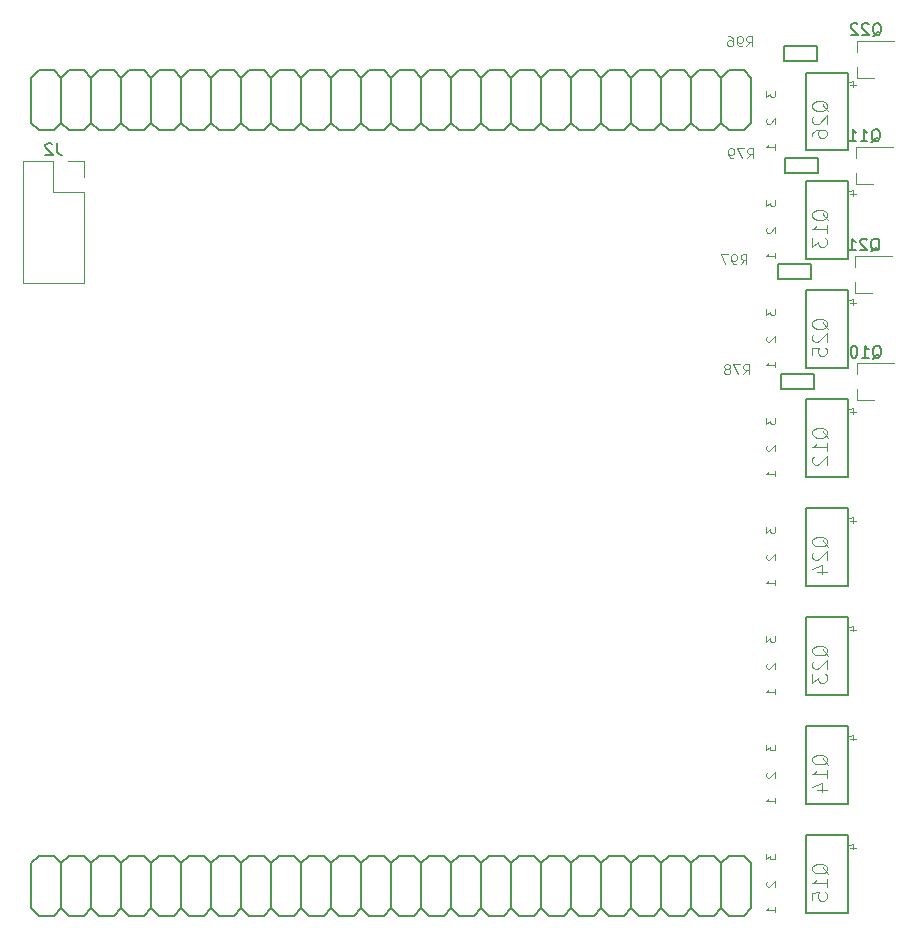
<source format=gbo>
G04 #@! TF.GenerationSoftware,KiCad,Pcbnew,5.1.6-c6e7f7d~86~ubuntu18.04.1*
G04 #@! TF.CreationDate,2020-07-03T23:55:57+02:00*
G04 #@! TF.ProjectId,Speeduino_base,53706565-6475-4696-9e6f-5f626173652e,rev?*
G04 #@! TF.SameCoordinates,Original*
G04 #@! TF.FileFunction,Legend,Bot*
G04 #@! TF.FilePolarity,Positive*
%FSLAX46Y46*%
G04 Gerber Fmt 4.6, Leading zero omitted, Abs format (unit mm)*
G04 Created by KiCad (PCBNEW 5.1.6-c6e7f7d~86~ubuntu18.04.1) date 2020-07-03 23:55:57*
%MOMM*%
%LPD*%
G01*
G04 APERTURE LIST*
%ADD10C,0.127000*%
%ADD11C,0.120000*%
%ADD12C,0.203200*%
%ADD13C,0.152400*%
%ADD14C,0.092900*%
%ADD15C,0.150000*%
%ADD16C,0.096520*%
%ADD17C,0.097536*%
G04 APERTURE END LIST*
D10*
X189807000Y-43865000D02*
X187013000Y-43865000D01*
X187013000Y-43865000D02*
X187013000Y-45135000D01*
X187013000Y-45135000D02*
X189807000Y-45135000D01*
X189807000Y-45135000D02*
X189807000Y-43865000D01*
X190297000Y-25415000D02*
X187503000Y-25415000D01*
X187503000Y-25415000D02*
X187503000Y-26685000D01*
X187503000Y-26685000D02*
X190297000Y-26685000D01*
X190297000Y-26685000D02*
X190297000Y-25415000D01*
X190372000Y-34895000D02*
X187578000Y-34895000D01*
X187578000Y-34895000D02*
X187578000Y-36165000D01*
X187578000Y-36165000D02*
X190372000Y-36165000D01*
X190372000Y-36165000D02*
X190372000Y-34895000D01*
X190042000Y-53185000D02*
X187248000Y-53185000D01*
X187248000Y-53185000D02*
X187248000Y-54455000D01*
X187248000Y-54455000D02*
X190042000Y-54455000D01*
X190042000Y-54455000D02*
X190042000Y-53185000D01*
D11*
X193690000Y-28105000D02*
X193690000Y-27175000D01*
X193690000Y-24945000D02*
X193690000Y-25875000D01*
X193690000Y-24945000D02*
X196850000Y-24945000D01*
X193690000Y-28105000D02*
X195150000Y-28105000D01*
X193540000Y-46330000D02*
X193540000Y-45400000D01*
X193540000Y-43170000D02*
X193540000Y-44100000D01*
X193540000Y-43170000D02*
X196700000Y-43170000D01*
X193540000Y-46330000D02*
X195000000Y-46330000D01*
X193690000Y-55405000D02*
X193690000Y-54475000D01*
X193690000Y-52245000D02*
X193690000Y-53175000D01*
X193690000Y-52245000D02*
X196850000Y-52245000D01*
X193690000Y-55405000D02*
X195150000Y-55405000D01*
X193590000Y-37080000D02*
X193590000Y-36150000D01*
X193590000Y-33920000D02*
X193590000Y-34850000D01*
X193590000Y-33920000D02*
X196750000Y-33920000D01*
X193590000Y-37080000D02*
X195050000Y-37080000D01*
D12*
X192929000Y-27648400D02*
X189373000Y-27648400D01*
X189373000Y-27648400D02*
X189373000Y-34201600D01*
X189373000Y-34201600D02*
X192929000Y-34201600D01*
X192929000Y-34201600D02*
X192929000Y-27648400D01*
X192929000Y-46099542D02*
X189373000Y-46099542D01*
X189373000Y-46099542D02*
X189373000Y-52652742D01*
X189373000Y-52652742D02*
X192929000Y-52652742D01*
X192929000Y-52652742D02*
X192929000Y-46099542D01*
X192929000Y-36873971D02*
X189373000Y-36873971D01*
X189373000Y-36873971D02*
X189373000Y-43427171D01*
X189373000Y-43427171D02*
X192929000Y-43427171D01*
X192929000Y-43427171D02*
X192929000Y-36873971D01*
D11*
X128255000Y-35170000D02*
X126925000Y-35170000D01*
X128255000Y-36500000D02*
X128255000Y-35170000D01*
X125655000Y-35170000D02*
X123055000Y-35170000D01*
X125655000Y-37770000D02*
X125655000Y-35170000D01*
X128255000Y-37770000D02*
X125655000Y-37770000D01*
X123055000Y-35170000D02*
X123055000Y-45450000D01*
X128255000Y-37770000D02*
X128255000Y-45450000D01*
X128255000Y-45450000D02*
X123055000Y-45450000D01*
D13*
X123790000Y-94595000D02*
X124425000Y-93960000D01*
X124425000Y-93960000D02*
X125695000Y-93960000D01*
X125695000Y-93960000D02*
X126330000Y-94595000D01*
X126330000Y-94595000D02*
X126965000Y-93960000D01*
X126965000Y-93960000D02*
X128235000Y-93960000D01*
X128235000Y-93960000D02*
X128870000Y-94595000D01*
X128870000Y-94595000D02*
X129505000Y-93960000D01*
X129505000Y-93960000D02*
X130775000Y-93960000D01*
X130775000Y-93960000D02*
X131410000Y-94595000D01*
X131410000Y-94595000D02*
X132045000Y-93960000D01*
X132045000Y-93960000D02*
X133315000Y-93960000D01*
X133315000Y-93960000D02*
X133950000Y-94595000D01*
X133950000Y-94595000D02*
X134585000Y-93960000D01*
X134585000Y-93960000D02*
X135855000Y-93960000D01*
X135855000Y-93960000D02*
X136490000Y-94595000D01*
X136490000Y-94595000D02*
X137125000Y-93960000D01*
X137125000Y-93960000D02*
X138395000Y-93960000D01*
X138395000Y-93960000D02*
X139030000Y-94595000D01*
X123790000Y-94595000D02*
X123790000Y-98405000D01*
X123790000Y-98405000D02*
X124425000Y-99040000D01*
X124425000Y-99040000D02*
X125695000Y-99040000D01*
X125695000Y-99040000D02*
X126330000Y-98405000D01*
X126330000Y-98405000D02*
X126965000Y-99040000D01*
X126965000Y-99040000D02*
X128235000Y-99040000D01*
X128235000Y-99040000D02*
X128870000Y-98405000D01*
X128870000Y-98405000D02*
X129505000Y-99040000D01*
X129505000Y-99040000D02*
X130775000Y-99040000D01*
X130775000Y-99040000D02*
X131410000Y-98405000D01*
X131410000Y-98405000D02*
X132045000Y-99040000D01*
X132045000Y-99040000D02*
X133315000Y-99040000D01*
X133315000Y-99040000D02*
X133950000Y-98405000D01*
X133950000Y-98405000D02*
X134585000Y-99040000D01*
X134585000Y-99040000D02*
X135855000Y-99040000D01*
X135855000Y-99040000D02*
X136490000Y-98405000D01*
X136490000Y-98405000D02*
X137125000Y-99040000D01*
X137125000Y-99040000D02*
X138395000Y-99040000D01*
X138395000Y-99040000D02*
X139030000Y-98405000D01*
X139030000Y-98405000D02*
X139665000Y-99040000D01*
X139665000Y-99040000D02*
X140935000Y-99040000D01*
X140935000Y-99040000D02*
X141570000Y-98405000D01*
X141570000Y-98405000D02*
X142205000Y-99040000D01*
X142205000Y-99040000D02*
X143475000Y-99040000D01*
X143475000Y-99040000D02*
X144110000Y-98405000D01*
X144110000Y-98405000D02*
X144745000Y-99040000D01*
X144745000Y-99040000D02*
X146015000Y-99040000D01*
X146015000Y-99040000D02*
X146650000Y-98405000D01*
X146650000Y-98405000D02*
X147285000Y-99040000D01*
X147285000Y-99040000D02*
X148555000Y-99040000D01*
X148555000Y-99040000D02*
X149190000Y-98405000D01*
X149190000Y-98405000D02*
X149825000Y-99040000D01*
X149825000Y-99040000D02*
X151095000Y-99040000D01*
X151095000Y-99040000D02*
X151730000Y-98405000D01*
X151730000Y-98405000D02*
X152365000Y-99040000D01*
X152365000Y-99040000D02*
X153635000Y-99040000D01*
X154270000Y-98405000D02*
X153635000Y-99040000D01*
X154270000Y-98405000D02*
X154905000Y-99040000D01*
X156175000Y-99040000D02*
X154905000Y-99040000D01*
X156175000Y-99040000D02*
X156810000Y-98405000D01*
X156810000Y-98405000D02*
X157445000Y-99040000D01*
X158715000Y-99040000D02*
X157445000Y-99040000D01*
X158715000Y-99040000D02*
X159350000Y-98405000D01*
X159350000Y-98405000D02*
X159985000Y-99040000D01*
X161255000Y-99040000D02*
X159985000Y-99040000D01*
X161255000Y-99040000D02*
X161890000Y-98405000D01*
X161890000Y-98405000D02*
X162525000Y-99040000D01*
X163795000Y-99040000D02*
X162525000Y-99040000D01*
X163795000Y-99040000D02*
X164430000Y-98405000D01*
X164430000Y-98405000D02*
X165065000Y-99040000D01*
X166335000Y-99040000D02*
X165065000Y-99040000D01*
X166335000Y-99040000D02*
X166970000Y-98405000D01*
X166970000Y-98405000D02*
X167605000Y-99040000D01*
X168875000Y-99040000D02*
X167605000Y-99040000D01*
X168875000Y-99040000D02*
X169510000Y-98405000D01*
X169510000Y-98405000D02*
X170145000Y-99040000D01*
X171415000Y-99040000D02*
X170145000Y-99040000D01*
X171415000Y-99040000D02*
X172050000Y-98405000D01*
X172050000Y-94595000D02*
X171415000Y-93960000D01*
X171415000Y-93960000D02*
X170145000Y-93960000D01*
X169510000Y-94595000D02*
X170145000Y-93960000D01*
X169510000Y-94595000D02*
X168875000Y-93960000D01*
X168875000Y-93960000D02*
X167605000Y-93960000D01*
X166970000Y-94595000D02*
X167605000Y-93960000D01*
X166970000Y-94595000D02*
X166335000Y-93960000D01*
X166335000Y-93960000D02*
X165065000Y-93960000D01*
X164430000Y-94595000D02*
X165065000Y-93960000D01*
X164430000Y-94595000D02*
X163795000Y-93960000D01*
X162525000Y-93960000D02*
X163795000Y-93960000D01*
X162525000Y-93960000D02*
X161890000Y-94595000D01*
X161890000Y-94595000D02*
X161255000Y-93960000D01*
X159985000Y-93960000D02*
X161255000Y-93960000D01*
X159985000Y-93960000D02*
X159350000Y-94595000D01*
X159350000Y-94595000D02*
X158715000Y-93960000D01*
X158715000Y-93960000D02*
X157445000Y-93960000D01*
X156810000Y-94595000D02*
X157445000Y-93960000D01*
X156810000Y-94595000D02*
X156175000Y-93960000D01*
X156175000Y-93960000D02*
X154905000Y-93960000D01*
X154270000Y-94595000D02*
X154905000Y-93960000D01*
X154270000Y-94595000D02*
X153635000Y-93960000D01*
X153635000Y-93960000D02*
X152365000Y-93960000D01*
X151730000Y-94595000D02*
X152365000Y-93960000D01*
X151730000Y-94595000D02*
X151095000Y-93960000D01*
X151095000Y-93960000D02*
X149825000Y-93960000D01*
X149190000Y-94595000D02*
X149825000Y-93960000D01*
X149190000Y-94595000D02*
X148555000Y-93960000D01*
X148555000Y-93960000D02*
X147285000Y-93960000D01*
X146650000Y-94595000D02*
X147285000Y-93960000D01*
X146650000Y-94595000D02*
X146015000Y-93960000D01*
X146015000Y-93960000D02*
X144745000Y-93960000D01*
X144110000Y-94595000D02*
X144745000Y-93960000D01*
X144110000Y-94595000D02*
X143475000Y-93960000D01*
X143475000Y-93960000D02*
X142205000Y-93960000D01*
X141570000Y-94595000D02*
X142205000Y-93960000D01*
X141570000Y-94595000D02*
X140935000Y-93960000D01*
X140935000Y-93960000D02*
X139665000Y-93960000D01*
X139030000Y-94595000D02*
X139665000Y-93960000D01*
X126330000Y-98405000D02*
X126330000Y-94595000D01*
X128870000Y-98405000D02*
X128870000Y-94595000D01*
X131410000Y-98405000D02*
X131410000Y-94595000D01*
X133950000Y-98405000D02*
X133950000Y-94595000D01*
X136490000Y-98405000D02*
X136490000Y-94595000D01*
X139030000Y-98405000D02*
X139030000Y-94595000D01*
X141570000Y-98405000D02*
X141570000Y-94595000D01*
X144110000Y-98405000D02*
X144110000Y-94595000D01*
X146650000Y-98405000D02*
X146650000Y-94595000D01*
X149190000Y-98405000D02*
X149190000Y-94595000D01*
X151730000Y-98405000D02*
X151730000Y-94595000D01*
X154270000Y-98405000D02*
X154270000Y-94595000D01*
X156810000Y-98405000D02*
X156810000Y-94595000D01*
X159350000Y-98405000D02*
X159350000Y-94595000D01*
X161890000Y-98405000D02*
X161890000Y-94595000D01*
X164430000Y-98405000D02*
X164430000Y-94595000D01*
X166970000Y-98405000D02*
X166970000Y-94595000D01*
X169510000Y-98405000D02*
X169510000Y-94595000D01*
X172050000Y-98405000D02*
X172050000Y-94595000D01*
X172050000Y-98405000D02*
X172685000Y-99040000D01*
X173955000Y-99040000D02*
X172685000Y-99040000D01*
X173955000Y-99040000D02*
X174590000Y-98405000D01*
X174590000Y-94595000D02*
X173955000Y-93960000D01*
X173955000Y-93960000D02*
X172685000Y-93960000D01*
X172050000Y-94595000D02*
X172685000Y-93960000D01*
X174590000Y-98405000D02*
X174590000Y-94595000D01*
X174590000Y-98405000D02*
X175225000Y-99040000D01*
X176495000Y-99040000D02*
X175225000Y-99040000D01*
X176495000Y-99040000D02*
X177130000Y-98405000D01*
X177130000Y-94595000D02*
X176495000Y-93960000D01*
X176495000Y-93960000D02*
X175225000Y-93960000D01*
X174590000Y-94595000D02*
X175225000Y-93960000D01*
X177130000Y-98405000D02*
X177130000Y-94595000D01*
X177130000Y-98405000D02*
X177765000Y-99040000D01*
X179035000Y-99040000D02*
X177765000Y-99040000D01*
X179035000Y-99040000D02*
X179670000Y-98405000D01*
X179670000Y-94595000D02*
X179035000Y-93960000D01*
X179035000Y-93960000D02*
X177765000Y-93960000D01*
X177130000Y-94595000D02*
X177765000Y-93960000D01*
X179670000Y-98405000D02*
X179670000Y-94595000D01*
X179670000Y-98405000D02*
X180305000Y-99040000D01*
X181575000Y-99040000D02*
X180305000Y-99040000D01*
X181575000Y-99040000D02*
X182210000Y-98405000D01*
X182210000Y-94595000D02*
X181575000Y-93960000D01*
X181575000Y-93960000D02*
X180305000Y-93960000D01*
X179670000Y-94595000D02*
X180305000Y-93960000D01*
X182210000Y-98405000D02*
X182210000Y-94595000D01*
X182210000Y-98405000D02*
X182845000Y-99040000D01*
X184115000Y-99040000D02*
X182845000Y-99040000D01*
X184115000Y-99040000D02*
X184750000Y-98405000D01*
X184750000Y-94595000D02*
X184115000Y-93960000D01*
X184115000Y-93960000D02*
X182845000Y-93960000D01*
X182210000Y-94595000D02*
X182845000Y-93960000D01*
X184750000Y-98405000D02*
X184750000Y-94595000D01*
D12*
X192929000Y-64550684D02*
X189373000Y-64550684D01*
X189373000Y-64550684D02*
X189373000Y-71103884D01*
X189373000Y-71103884D02*
X192929000Y-71103884D01*
X192929000Y-71103884D02*
X192929000Y-64550684D01*
X192929000Y-55325113D02*
X189373000Y-55325113D01*
X189373000Y-55325113D02*
X189373000Y-61878313D01*
X189373000Y-61878313D02*
X192929000Y-61878313D01*
X192929000Y-61878313D02*
X192929000Y-55325113D01*
X192929000Y-92227400D02*
X189373000Y-92227400D01*
X189373000Y-92227400D02*
X189373000Y-98780600D01*
X189373000Y-98780600D02*
X192929000Y-98780600D01*
X192929000Y-98780600D02*
X192929000Y-92227400D01*
X192929000Y-83001826D02*
X189373000Y-83001826D01*
X189373000Y-83001826D02*
X189373000Y-89555026D01*
X189373000Y-89555026D02*
X192929000Y-89555026D01*
X192929000Y-89555026D02*
X192929000Y-83001826D01*
X192929000Y-73776255D02*
X189373000Y-73776255D01*
X189373000Y-73776255D02*
X189373000Y-80329455D01*
X189373000Y-80329455D02*
X192929000Y-80329455D01*
X192929000Y-80329455D02*
X192929000Y-73776255D01*
D13*
X123790000Y-28095000D02*
X124425000Y-27460000D01*
X124425000Y-27460000D02*
X125695000Y-27460000D01*
X125695000Y-27460000D02*
X126330000Y-28095000D01*
X126330000Y-28095000D02*
X126965000Y-27460000D01*
X126965000Y-27460000D02*
X128235000Y-27460000D01*
X128235000Y-27460000D02*
X128870000Y-28095000D01*
X128870000Y-28095000D02*
X129505000Y-27460000D01*
X129505000Y-27460000D02*
X130775000Y-27460000D01*
X130775000Y-27460000D02*
X131410000Y-28095000D01*
X131410000Y-28095000D02*
X132045000Y-27460000D01*
X132045000Y-27460000D02*
X133315000Y-27460000D01*
X133315000Y-27460000D02*
X133950000Y-28095000D01*
X133950000Y-28095000D02*
X134585000Y-27460000D01*
X134585000Y-27460000D02*
X135855000Y-27460000D01*
X135855000Y-27460000D02*
X136490000Y-28095000D01*
X136490000Y-28095000D02*
X137125000Y-27460000D01*
X137125000Y-27460000D02*
X138395000Y-27460000D01*
X138395000Y-27460000D02*
X139030000Y-28095000D01*
X123790000Y-28095000D02*
X123790000Y-31905000D01*
X123790000Y-31905000D02*
X124425000Y-32540000D01*
X124425000Y-32540000D02*
X125695000Y-32540000D01*
X125695000Y-32540000D02*
X126330000Y-31905000D01*
X126330000Y-31905000D02*
X126965000Y-32540000D01*
X126965000Y-32540000D02*
X128235000Y-32540000D01*
X128235000Y-32540000D02*
X128870000Y-31905000D01*
X128870000Y-31905000D02*
X129505000Y-32540000D01*
X129505000Y-32540000D02*
X130775000Y-32540000D01*
X130775000Y-32540000D02*
X131410000Y-31905000D01*
X131410000Y-31905000D02*
X132045000Y-32540000D01*
X132045000Y-32540000D02*
X133315000Y-32540000D01*
X133315000Y-32540000D02*
X133950000Y-31905000D01*
X133950000Y-31905000D02*
X134585000Y-32540000D01*
X134585000Y-32540000D02*
X135855000Y-32540000D01*
X135855000Y-32540000D02*
X136490000Y-31905000D01*
X136490000Y-31905000D02*
X137125000Y-32540000D01*
X137125000Y-32540000D02*
X138395000Y-32540000D01*
X138395000Y-32540000D02*
X139030000Y-31905000D01*
X139030000Y-31905000D02*
X139665000Y-32540000D01*
X139665000Y-32540000D02*
X140935000Y-32540000D01*
X140935000Y-32540000D02*
X141570000Y-31905000D01*
X141570000Y-31905000D02*
X142205000Y-32540000D01*
X142205000Y-32540000D02*
X143475000Y-32540000D01*
X143475000Y-32540000D02*
X144110000Y-31905000D01*
X144110000Y-31905000D02*
X144745000Y-32540000D01*
X144745000Y-32540000D02*
X146015000Y-32540000D01*
X146015000Y-32540000D02*
X146650000Y-31905000D01*
X146650000Y-31905000D02*
X147285000Y-32540000D01*
X147285000Y-32540000D02*
X148555000Y-32540000D01*
X148555000Y-32540000D02*
X149190000Y-31905000D01*
X149190000Y-31905000D02*
X149825000Y-32540000D01*
X149825000Y-32540000D02*
X151095000Y-32540000D01*
X151095000Y-32540000D02*
X151730000Y-31905000D01*
X151730000Y-31905000D02*
X152365000Y-32540000D01*
X152365000Y-32540000D02*
X153635000Y-32540000D01*
X154270000Y-31905000D02*
X153635000Y-32540000D01*
X154270000Y-31905000D02*
X154905000Y-32540000D01*
X156175000Y-32540000D02*
X154905000Y-32540000D01*
X156175000Y-32540000D02*
X156810000Y-31905000D01*
X156810000Y-31905000D02*
X157445000Y-32540000D01*
X158715000Y-32540000D02*
X157445000Y-32540000D01*
X158715000Y-32540000D02*
X159350000Y-31905000D01*
X159350000Y-31905000D02*
X159985000Y-32540000D01*
X161255000Y-32540000D02*
X159985000Y-32540000D01*
X161255000Y-32540000D02*
X161890000Y-31905000D01*
X161890000Y-31905000D02*
X162525000Y-32540000D01*
X163795000Y-32540000D02*
X162525000Y-32540000D01*
X163795000Y-32540000D02*
X164430000Y-31905000D01*
X164430000Y-31905000D02*
X165065000Y-32540000D01*
X166335000Y-32540000D02*
X165065000Y-32540000D01*
X166335000Y-32540000D02*
X166970000Y-31905000D01*
X166970000Y-31905000D02*
X167605000Y-32540000D01*
X168875000Y-32540000D02*
X167605000Y-32540000D01*
X168875000Y-32540000D02*
X169510000Y-31905000D01*
X169510000Y-31905000D02*
X170145000Y-32540000D01*
X171415000Y-32540000D02*
X170145000Y-32540000D01*
X171415000Y-32540000D02*
X172050000Y-31905000D01*
X172050000Y-28095000D02*
X171415000Y-27460000D01*
X171415000Y-27460000D02*
X170145000Y-27460000D01*
X169510000Y-28095000D02*
X170145000Y-27460000D01*
X169510000Y-28095000D02*
X168875000Y-27460000D01*
X168875000Y-27460000D02*
X167605000Y-27460000D01*
X166970000Y-28095000D02*
X167605000Y-27460000D01*
X166970000Y-28095000D02*
X166335000Y-27460000D01*
X166335000Y-27460000D02*
X165065000Y-27460000D01*
X164430000Y-28095000D02*
X165065000Y-27460000D01*
X164430000Y-28095000D02*
X163795000Y-27460000D01*
X162525000Y-27460000D02*
X163795000Y-27460000D01*
X162525000Y-27460000D02*
X161890000Y-28095000D01*
X161890000Y-28095000D02*
X161255000Y-27460000D01*
X159985000Y-27460000D02*
X161255000Y-27460000D01*
X159985000Y-27460000D02*
X159350000Y-28095000D01*
X159350000Y-28095000D02*
X158715000Y-27460000D01*
X158715000Y-27460000D02*
X157445000Y-27460000D01*
X156810000Y-28095000D02*
X157445000Y-27460000D01*
X156810000Y-28095000D02*
X156175000Y-27460000D01*
X156175000Y-27460000D02*
X154905000Y-27460000D01*
X154270000Y-28095000D02*
X154905000Y-27460000D01*
X154270000Y-28095000D02*
X153635000Y-27460000D01*
X153635000Y-27460000D02*
X152365000Y-27460000D01*
X151730000Y-28095000D02*
X152365000Y-27460000D01*
X151730000Y-28095000D02*
X151095000Y-27460000D01*
X151095000Y-27460000D02*
X149825000Y-27460000D01*
X149190000Y-28095000D02*
X149825000Y-27460000D01*
X149190000Y-28095000D02*
X148555000Y-27460000D01*
X148555000Y-27460000D02*
X147285000Y-27460000D01*
X146650000Y-28095000D02*
X147285000Y-27460000D01*
X146650000Y-28095000D02*
X146015000Y-27460000D01*
X146015000Y-27460000D02*
X144745000Y-27460000D01*
X144110000Y-28095000D02*
X144745000Y-27460000D01*
X144110000Y-28095000D02*
X143475000Y-27460000D01*
X143475000Y-27460000D02*
X142205000Y-27460000D01*
X141570000Y-28095000D02*
X142205000Y-27460000D01*
X141570000Y-28095000D02*
X140935000Y-27460000D01*
X140935000Y-27460000D02*
X139665000Y-27460000D01*
X139030000Y-28095000D02*
X139665000Y-27460000D01*
X126330000Y-31905000D02*
X126330000Y-28095000D01*
X128870000Y-31905000D02*
X128870000Y-28095000D01*
X131410000Y-31905000D02*
X131410000Y-28095000D01*
X133950000Y-31905000D02*
X133950000Y-28095000D01*
X136490000Y-31905000D02*
X136490000Y-28095000D01*
X139030000Y-31905000D02*
X139030000Y-28095000D01*
X141570000Y-31905000D02*
X141570000Y-28095000D01*
X144110000Y-31905000D02*
X144110000Y-28095000D01*
X146650000Y-31905000D02*
X146650000Y-28095000D01*
X149190000Y-31905000D02*
X149190000Y-28095000D01*
X151730000Y-31905000D02*
X151730000Y-28095000D01*
X154270000Y-31905000D02*
X154270000Y-28095000D01*
X156810000Y-31905000D02*
X156810000Y-28095000D01*
X159350000Y-31905000D02*
X159350000Y-28095000D01*
X161890000Y-31905000D02*
X161890000Y-28095000D01*
X164430000Y-31905000D02*
X164430000Y-28095000D01*
X166970000Y-31905000D02*
X166970000Y-28095000D01*
X169510000Y-31905000D02*
X169510000Y-28095000D01*
X172050000Y-31905000D02*
X172050000Y-28095000D01*
X172050000Y-31905000D02*
X172685000Y-32540000D01*
X173955000Y-32540000D02*
X172685000Y-32540000D01*
X173955000Y-32540000D02*
X174590000Y-31905000D01*
X174590000Y-28095000D02*
X173955000Y-27460000D01*
X173955000Y-27460000D02*
X172685000Y-27460000D01*
X172050000Y-28095000D02*
X172685000Y-27460000D01*
X174590000Y-31905000D02*
X174590000Y-28095000D01*
X174590000Y-31905000D02*
X175225000Y-32540000D01*
X176495000Y-32540000D02*
X175225000Y-32540000D01*
X176495000Y-32540000D02*
X177130000Y-31905000D01*
X177130000Y-28095000D02*
X176495000Y-27460000D01*
X176495000Y-27460000D02*
X175225000Y-27460000D01*
X174590000Y-28095000D02*
X175225000Y-27460000D01*
X177130000Y-31905000D02*
X177130000Y-28095000D01*
X177130000Y-31905000D02*
X177765000Y-32540000D01*
X179035000Y-32540000D02*
X177765000Y-32540000D01*
X179035000Y-32540000D02*
X179670000Y-31905000D01*
X179670000Y-28095000D02*
X179035000Y-27460000D01*
X179035000Y-27460000D02*
X177765000Y-27460000D01*
X177130000Y-28095000D02*
X177765000Y-27460000D01*
X179670000Y-31905000D02*
X179670000Y-28095000D01*
X179670000Y-31905000D02*
X180305000Y-32540000D01*
X181575000Y-32540000D02*
X180305000Y-32540000D01*
X181575000Y-32540000D02*
X182210000Y-31905000D01*
X182210000Y-28095000D02*
X181575000Y-27460000D01*
X181575000Y-27460000D02*
X180305000Y-27460000D01*
X179670000Y-28095000D02*
X180305000Y-27460000D01*
X182210000Y-31905000D02*
X182210000Y-28095000D01*
X182210000Y-31905000D02*
X182845000Y-32540000D01*
X184115000Y-32540000D02*
X182845000Y-32540000D01*
X184115000Y-32540000D02*
X184750000Y-31905000D01*
X184750000Y-28095000D02*
X184115000Y-27460000D01*
X184115000Y-27460000D02*
X182845000Y-27460000D01*
X182210000Y-28095000D02*
X182845000Y-27460000D01*
X184750000Y-31905000D02*
X184750000Y-28095000D01*
D14*
X183855931Y-43888283D02*
X184137448Y-43486116D01*
X184338531Y-43888283D02*
X184338531Y-43043733D01*
X184016798Y-43043733D01*
X183936365Y-43083950D01*
X183896148Y-43124166D01*
X183855931Y-43204600D01*
X183855931Y-43325250D01*
X183896148Y-43405683D01*
X183936365Y-43445900D01*
X184016798Y-43486116D01*
X184338531Y-43486116D01*
X183453765Y-43888283D02*
X183292898Y-43888283D01*
X183212465Y-43848066D01*
X183172248Y-43807850D01*
X183091815Y-43687200D01*
X183051598Y-43526333D01*
X183051598Y-43204600D01*
X183091815Y-43124166D01*
X183132031Y-43083950D01*
X183212465Y-43043733D01*
X183373331Y-43043733D01*
X183453765Y-43083950D01*
X183493981Y-43124166D01*
X183534198Y-43204600D01*
X183534198Y-43405683D01*
X183493981Y-43486116D01*
X183453765Y-43526333D01*
X183373331Y-43566550D01*
X183212465Y-43566550D01*
X183132031Y-43526333D01*
X183091815Y-43486116D01*
X183051598Y-43405683D01*
X182770081Y-43043733D02*
X182207048Y-43043733D01*
X182568998Y-43888283D01*
X184345931Y-25438283D02*
X184627448Y-25036116D01*
X184828531Y-25438283D02*
X184828531Y-24593733D01*
X184506798Y-24593733D01*
X184426365Y-24633950D01*
X184386148Y-24674166D01*
X184345931Y-24754600D01*
X184345931Y-24875250D01*
X184386148Y-24955683D01*
X184426365Y-24995900D01*
X184506798Y-25036116D01*
X184828531Y-25036116D01*
X183943765Y-25438283D02*
X183782898Y-25438283D01*
X183702465Y-25398066D01*
X183662248Y-25357850D01*
X183581815Y-25237200D01*
X183541598Y-25076333D01*
X183541598Y-24754600D01*
X183581815Y-24674166D01*
X183622031Y-24633950D01*
X183702465Y-24593733D01*
X183863331Y-24593733D01*
X183943765Y-24633950D01*
X183983981Y-24674166D01*
X184024198Y-24754600D01*
X184024198Y-24955683D01*
X183983981Y-25036116D01*
X183943765Y-25076333D01*
X183863331Y-25116550D01*
X183702465Y-25116550D01*
X183622031Y-25076333D01*
X183581815Y-25036116D01*
X183541598Y-24955683D01*
X182817698Y-24593733D02*
X182978565Y-24593733D01*
X183058998Y-24633950D01*
X183099215Y-24674166D01*
X183179648Y-24794816D01*
X183219865Y-24955683D01*
X183219865Y-25277416D01*
X183179648Y-25357850D01*
X183139431Y-25398066D01*
X183058998Y-25438283D01*
X182898131Y-25438283D01*
X182817698Y-25398066D01*
X182777481Y-25357850D01*
X182737265Y-25277416D01*
X182737265Y-25076333D01*
X182777481Y-24995900D01*
X182817698Y-24955683D01*
X182898131Y-24915466D01*
X183058998Y-24915466D01*
X183139431Y-24955683D01*
X183179648Y-24995900D01*
X183219865Y-25076333D01*
X184420931Y-34918283D02*
X184702448Y-34516116D01*
X184903531Y-34918283D02*
X184903531Y-34073733D01*
X184581798Y-34073733D01*
X184501365Y-34113950D01*
X184461148Y-34154166D01*
X184420931Y-34234600D01*
X184420931Y-34355250D01*
X184461148Y-34435683D01*
X184501365Y-34475900D01*
X184581798Y-34516116D01*
X184903531Y-34516116D01*
X184139415Y-34073733D02*
X183576381Y-34073733D01*
X183938331Y-34918283D01*
X183214431Y-34918283D02*
X183053565Y-34918283D01*
X182973131Y-34878066D01*
X182932915Y-34837850D01*
X182852481Y-34717200D01*
X182812265Y-34556333D01*
X182812265Y-34234600D01*
X182852481Y-34154166D01*
X182892698Y-34113950D01*
X182973131Y-34073733D01*
X183133998Y-34073733D01*
X183214431Y-34113950D01*
X183254648Y-34154166D01*
X183294865Y-34234600D01*
X183294865Y-34435683D01*
X183254648Y-34516116D01*
X183214431Y-34556333D01*
X183133998Y-34596550D01*
X182973131Y-34596550D01*
X182892698Y-34556333D01*
X182852481Y-34516116D01*
X182812265Y-34435683D01*
X184090931Y-53208283D02*
X184372448Y-52806116D01*
X184573531Y-53208283D02*
X184573531Y-52363733D01*
X184251798Y-52363733D01*
X184171365Y-52403950D01*
X184131148Y-52444166D01*
X184090931Y-52524600D01*
X184090931Y-52645250D01*
X184131148Y-52725683D01*
X184171365Y-52765900D01*
X184251798Y-52806116D01*
X184573531Y-52806116D01*
X183809415Y-52363733D02*
X183246381Y-52363733D01*
X183608331Y-53208283D01*
X182803998Y-52725683D02*
X182884431Y-52685466D01*
X182924648Y-52645250D01*
X182964865Y-52564816D01*
X182964865Y-52524600D01*
X182924648Y-52444166D01*
X182884431Y-52403950D01*
X182803998Y-52363733D01*
X182643131Y-52363733D01*
X182562698Y-52403950D01*
X182522481Y-52444166D01*
X182482265Y-52524600D01*
X182482265Y-52564816D01*
X182522481Y-52645250D01*
X182562698Y-52685466D01*
X182643131Y-52725683D01*
X182803998Y-52725683D01*
X182884431Y-52765900D01*
X182924648Y-52806116D01*
X182964865Y-52886550D01*
X182964865Y-53047416D01*
X182924648Y-53127850D01*
X182884431Y-53168066D01*
X182803998Y-53208283D01*
X182643131Y-53208283D01*
X182562698Y-53168066D01*
X182522481Y-53127850D01*
X182482265Y-53047416D01*
X182482265Y-52886550D01*
X182522481Y-52806116D01*
X182562698Y-52765900D01*
X182643131Y-52725683D01*
D15*
X195021428Y-24572619D02*
X195116666Y-24525000D01*
X195211904Y-24429761D01*
X195354761Y-24286904D01*
X195450000Y-24239285D01*
X195545238Y-24239285D01*
X195497619Y-24477380D02*
X195592857Y-24429761D01*
X195688095Y-24334523D01*
X195735714Y-24144047D01*
X195735714Y-23810714D01*
X195688095Y-23620238D01*
X195592857Y-23525000D01*
X195497619Y-23477380D01*
X195307142Y-23477380D01*
X195211904Y-23525000D01*
X195116666Y-23620238D01*
X195069047Y-23810714D01*
X195069047Y-24144047D01*
X195116666Y-24334523D01*
X195211904Y-24429761D01*
X195307142Y-24477380D01*
X195497619Y-24477380D01*
X194688095Y-23572619D02*
X194640476Y-23525000D01*
X194545238Y-23477380D01*
X194307142Y-23477380D01*
X194211904Y-23525000D01*
X194164285Y-23572619D01*
X194116666Y-23667857D01*
X194116666Y-23763095D01*
X194164285Y-23905952D01*
X194735714Y-24477380D01*
X194116666Y-24477380D01*
X193735714Y-23572619D02*
X193688095Y-23525000D01*
X193592857Y-23477380D01*
X193354761Y-23477380D01*
X193259523Y-23525000D01*
X193211904Y-23572619D01*
X193164285Y-23667857D01*
X193164285Y-23763095D01*
X193211904Y-23905952D01*
X193783333Y-24477380D01*
X193164285Y-24477380D01*
X194871428Y-42797619D02*
X194966666Y-42750000D01*
X195061904Y-42654761D01*
X195204761Y-42511904D01*
X195300000Y-42464285D01*
X195395238Y-42464285D01*
X195347619Y-42702380D02*
X195442857Y-42654761D01*
X195538095Y-42559523D01*
X195585714Y-42369047D01*
X195585714Y-42035714D01*
X195538095Y-41845238D01*
X195442857Y-41750000D01*
X195347619Y-41702380D01*
X195157142Y-41702380D01*
X195061904Y-41750000D01*
X194966666Y-41845238D01*
X194919047Y-42035714D01*
X194919047Y-42369047D01*
X194966666Y-42559523D01*
X195061904Y-42654761D01*
X195157142Y-42702380D01*
X195347619Y-42702380D01*
X194538095Y-41797619D02*
X194490476Y-41750000D01*
X194395238Y-41702380D01*
X194157142Y-41702380D01*
X194061904Y-41750000D01*
X194014285Y-41797619D01*
X193966666Y-41892857D01*
X193966666Y-41988095D01*
X194014285Y-42130952D01*
X194585714Y-42702380D01*
X193966666Y-42702380D01*
X193014285Y-42702380D02*
X193585714Y-42702380D01*
X193300000Y-42702380D02*
X193300000Y-41702380D01*
X193395238Y-41845238D01*
X193490476Y-41940476D01*
X193585714Y-41988095D01*
X195021428Y-51872619D02*
X195116666Y-51825000D01*
X195211904Y-51729761D01*
X195354761Y-51586904D01*
X195450000Y-51539285D01*
X195545238Y-51539285D01*
X195497619Y-51777380D02*
X195592857Y-51729761D01*
X195688095Y-51634523D01*
X195735714Y-51444047D01*
X195735714Y-51110714D01*
X195688095Y-50920238D01*
X195592857Y-50825000D01*
X195497619Y-50777380D01*
X195307142Y-50777380D01*
X195211904Y-50825000D01*
X195116666Y-50920238D01*
X195069047Y-51110714D01*
X195069047Y-51444047D01*
X195116666Y-51634523D01*
X195211904Y-51729761D01*
X195307142Y-51777380D01*
X195497619Y-51777380D01*
X194116666Y-51777380D02*
X194688095Y-51777380D01*
X194402380Y-51777380D02*
X194402380Y-50777380D01*
X194497619Y-50920238D01*
X194592857Y-51015476D01*
X194688095Y-51063095D01*
X193497619Y-50777380D02*
X193402380Y-50777380D01*
X193307142Y-50825000D01*
X193259523Y-50872619D01*
X193211904Y-50967857D01*
X193164285Y-51158333D01*
X193164285Y-51396428D01*
X193211904Y-51586904D01*
X193259523Y-51682142D01*
X193307142Y-51729761D01*
X193402380Y-51777380D01*
X193497619Y-51777380D01*
X193592857Y-51729761D01*
X193640476Y-51682142D01*
X193688095Y-51586904D01*
X193735714Y-51396428D01*
X193735714Y-51158333D01*
X193688095Y-50967857D01*
X193640476Y-50872619D01*
X193592857Y-50825000D01*
X193497619Y-50777380D01*
X194921428Y-33547619D02*
X195016666Y-33500000D01*
X195111904Y-33404761D01*
X195254761Y-33261904D01*
X195350000Y-33214285D01*
X195445238Y-33214285D01*
X195397619Y-33452380D02*
X195492857Y-33404761D01*
X195588095Y-33309523D01*
X195635714Y-33119047D01*
X195635714Y-32785714D01*
X195588095Y-32595238D01*
X195492857Y-32500000D01*
X195397619Y-32452380D01*
X195207142Y-32452380D01*
X195111904Y-32500000D01*
X195016666Y-32595238D01*
X194969047Y-32785714D01*
X194969047Y-33119047D01*
X195016666Y-33309523D01*
X195111904Y-33404761D01*
X195207142Y-33452380D01*
X195397619Y-33452380D01*
X194016666Y-33452380D02*
X194588095Y-33452380D01*
X194302380Y-33452380D02*
X194302380Y-32452380D01*
X194397619Y-32595238D01*
X194492857Y-32690476D01*
X194588095Y-32738095D01*
X193064285Y-33452380D02*
X193635714Y-33452380D01*
X193350000Y-33452380D02*
X193350000Y-32452380D01*
X193445238Y-32595238D01*
X193540476Y-32690476D01*
X193635714Y-32738095D01*
D16*
X191259252Y-30931809D02*
X191201800Y-30816904D01*
X191086895Y-30702000D01*
X190914538Y-30529642D01*
X190857085Y-30414738D01*
X190857085Y-30299833D01*
X191144347Y-30357285D02*
X191086895Y-30242381D01*
X190971990Y-30127476D01*
X190742180Y-30070023D01*
X190340014Y-30070023D01*
X190110204Y-30127476D01*
X189995300Y-30242381D01*
X189937847Y-30357285D01*
X189937847Y-30587095D01*
X189995300Y-30702000D01*
X190110204Y-30816904D01*
X190340014Y-30874357D01*
X190742180Y-30874357D01*
X190971990Y-30816904D01*
X191086895Y-30702000D01*
X191144347Y-30587095D01*
X191144347Y-30357285D01*
X190052752Y-31333976D02*
X189995300Y-31391428D01*
X189937847Y-31506333D01*
X189937847Y-31793595D01*
X189995300Y-31908500D01*
X190052752Y-31965952D01*
X190167657Y-32023404D01*
X190282561Y-32023404D01*
X190454919Y-31965952D01*
X191144347Y-31276523D01*
X191144347Y-32023404D01*
X189937847Y-33057547D02*
X189937847Y-32827738D01*
X189995300Y-32712833D01*
X190052752Y-32655381D01*
X190225109Y-32540476D01*
X190454919Y-32483023D01*
X190914538Y-32483023D01*
X191029442Y-32540476D01*
X191086895Y-32597928D01*
X191144347Y-32712833D01*
X191144347Y-32942642D01*
X191086895Y-33057547D01*
X191029442Y-33115000D01*
X190914538Y-33172452D01*
X190627276Y-33172452D01*
X190512371Y-33115000D01*
X190454919Y-33057547D01*
X190397466Y-32942642D01*
X190397466Y-32712833D01*
X190454919Y-32597928D01*
X190512371Y-32540476D01*
X190627276Y-32483023D01*
D17*
X186088209Y-31563889D02*
X186051440Y-31600658D01*
X186014670Y-31674197D01*
X186014670Y-31858045D01*
X186051440Y-31931584D01*
X186088209Y-31968353D01*
X186161748Y-32005123D01*
X186235287Y-32005123D01*
X186345596Y-31968353D01*
X186786830Y-31527119D01*
X186786830Y-32005123D01*
X186796230Y-34167123D02*
X186796230Y-33725889D01*
X186796230Y-33946506D02*
X186024070Y-33946506D01*
X186134379Y-33872967D01*
X186207918Y-33799428D01*
X186244687Y-33725889D01*
X193139457Y-28735984D02*
X193654230Y-28735984D01*
X192845300Y-28552136D02*
X193396843Y-28368289D01*
X193396843Y-28846293D01*
X186024070Y-29215719D02*
X186024070Y-29693723D01*
X186318226Y-29436336D01*
X186318226Y-29546645D01*
X186354996Y-29620184D01*
X186391765Y-29656953D01*
X186465304Y-29693723D01*
X186649152Y-29693723D01*
X186722691Y-29656953D01*
X186759460Y-29620184D01*
X186796230Y-29546645D01*
X186796230Y-29326028D01*
X186759460Y-29252489D01*
X186722691Y-29215719D01*
D16*
X191259252Y-49382951D02*
X191201800Y-49268046D01*
X191086895Y-49153142D01*
X190914538Y-48980784D01*
X190857085Y-48865880D01*
X190857085Y-48750975D01*
X191144347Y-48808427D02*
X191086895Y-48693523D01*
X190971990Y-48578618D01*
X190742180Y-48521165D01*
X190340014Y-48521165D01*
X190110204Y-48578618D01*
X189995300Y-48693523D01*
X189937847Y-48808427D01*
X189937847Y-49038237D01*
X189995300Y-49153142D01*
X190110204Y-49268046D01*
X190340014Y-49325499D01*
X190742180Y-49325499D01*
X190971990Y-49268046D01*
X191086895Y-49153142D01*
X191144347Y-49038237D01*
X191144347Y-48808427D01*
X190052752Y-49785118D02*
X189995300Y-49842570D01*
X189937847Y-49957475D01*
X189937847Y-50244737D01*
X189995300Y-50359642D01*
X190052752Y-50417094D01*
X190167657Y-50474546D01*
X190282561Y-50474546D01*
X190454919Y-50417094D01*
X191144347Y-49727665D01*
X191144347Y-50474546D01*
X189937847Y-51566142D02*
X189937847Y-50991618D01*
X190512371Y-50934165D01*
X190454919Y-50991618D01*
X190397466Y-51106523D01*
X190397466Y-51393784D01*
X190454919Y-51508689D01*
X190512371Y-51566142D01*
X190627276Y-51623594D01*
X190914538Y-51623594D01*
X191029442Y-51566142D01*
X191086895Y-51508689D01*
X191144347Y-51393784D01*
X191144347Y-51106523D01*
X191086895Y-50991618D01*
X191029442Y-50934165D01*
D17*
X186088209Y-50015031D02*
X186051440Y-50051800D01*
X186014670Y-50125339D01*
X186014670Y-50309187D01*
X186051440Y-50382726D01*
X186088209Y-50419495D01*
X186161748Y-50456265D01*
X186235287Y-50456265D01*
X186345596Y-50419495D01*
X186786830Y-49978261D01*
X186786830Y-50456265D01*
X186796230Y-52618265D02*
X186796230Y-52177031D01*
X186796230Y-52397648D02*
X186024070Y-52397648D01*
X186134379Y-52324109D01*
X186207918Y-52250570D01*
X186244687Y-52177031D01*
X193139457Y-47187126D02*
X193654230Y-47187126D01*
X192845300Y-47003278D02*
X193396843Y-46819431D01*
X193396843Y-47297435D01*
X186024070Y-47666861D02*
X186024070Y-48144865D01*
X186318226Y-47887478D01*
X186318226Y-47997787D01*
X186354996Y-48071326D01*
X186391765Y-48108095D01*
X186465304Y-48144865D01*
X186649152Y-48144865D01*
X186722691Y-48108095D01*
X186759460Y-48071326D01*
X186796230Y-47997787D01*
X186796230Y-47777170D01*
X186759460Y-47703631D01*
X186722691Y-47666861D01*
D16*
X191259252Y-40157380D02*
X191201800Y-40042475D01*
X191086895Y-39927571D01*
X190914538Y-39755213D01*
X190857085Y-39640309D01*
X190857085Y-39525404D01*
X191144347Y-39582856D02*
X191086895Y-39467952D01*
X190971990Y-39353047D01*
X190742180Y-39295594D01*
X190340014Y-39295594D01*
X190110204Y-39353047D01*
X189995300Y-39467952D01*
X189937847Y-39582856D01*
X189937847Y-39812666D01*
X189995300Y-39927571D01*
X190110204Y-40042475D01*
X190340014Y-40099928D01*
X190742180Y-40099928D01*
X190971990Y-40042475D01*
X191086895Y-39927571D01*
X191144347Y-39812666D01*
X191144347Y-39582856D01*
X191144347Y-41248975D02*
X191144347Y-40559547D01*
X191144347Y-40904261D02*
X189937847Y-40904261D01*
X190110204Y-40789356D01*
X190225109Y-40674452D01*
X190282561Y-40559547D01*
X189937847Y-41651142D02*
X189937847Y-42398023D01*
X190397466Y-41995856D01*
X190397466Y-42168213D01*
X190454919Y-42283118D01*
X190512371Y-42340571D01*
X190627276Y-42398023D01*
X190914538Y-42398023D01*
X191029442Y-42340571D01*
X191086895Y-42283118D01*
X191144347Y-42168213D01*
X191144347Y-41823499D01*
X191086895Y-41708594D01*
X191029442Y-41651142D01*
D17*
X186088209Y-40789460D02*
X186051440Y-40826229D01*
X186014670Y-40899768D01*
X186014670Y-41083616D01*
X186051440Y-41157155D01*
X186088209Y-41193924D01*
X186161748Y-41230694D01*
X186235287Y-41230694D01*
X186345596Y-41193924D01*
X186786830Y-40752690D01*
X186786830Y-41230694D01*
X186796230Y-43392694D02*
X186796230Y-42951460D01*
X186796230Y-43172077D02*
X186024070Y-43172077D01*
X186134379Y-43098538D01*
X186207918Y-43024999D01*
X186244687Y-42951460D01*
X193139457Y-37961555D02*
X193654230Y-37961555D01*
X192845300Y-37777707D02*
X193396843Y-37593860D01*
X193396843Y-38071864D01*
X186024070Y-38441290D02*
X186024070Y-38919294D01*
X186318226Y-38661907D01*
X186318226Y-38772216D01*
X186354996Y-38845755D01*
X186391765Y-38882524D01*
X186465304Y-38919294D01*
X186649152Y-38919294D01*
X186722691Y-38882524D01*
X186759460Y-38845755D01*
X186796230Y-38772216D01*
X186796230Y-38551599D01*
X186759460Y-38478060D01*
X186722691Y-38441290D01*
D15*
X125988333Y-33622380D02*
X125988333Y-34336666D01*
X126035952Y-34479523D01*
X126131190Y-34574761D01*
X126274047Y-34622380D01*
X126369285Y-34622380D01*
X125559761Y-33717619D02*
X125512142Y-33670000D01*
X125416904Y-33622380D01*
X125178809Y-33622380D01*
X125083571Y-33670000D01*
X125035952Y-33717619D01*
X124988333Y-33812857D01*
X124988333Y-33908095D01*
X125035952Y-34050952D01*
X125607380Y-34622380D01*
X124988333Y-34622380D01*
D16*
X191259252Y-67834093D02*
X191201800Y-67719188D01*
X191086895Y-67604284D01*
X190914538Y-67431926D01*
X190857085Y-67317022D01*
X190857085Y-67202117D01*
X191144347Y-67259569D02*
X191086895Y-67144665D01*
X190971990Y-67029760D01*
X190742180Y-66972307D01*
X190340014Y-66972307D01*
X190110204Y-67029760D01*
X189995300Y-67144665D01*
X189937847Y-67259569D01*
X189937847Y-67489379D01*
X189995300Y-67604284D01*
X190110204Y-67719188D01*
X190340014Y-67776641D01*
X190742180Y-67776641D01*
X190971990Y-67719188D01*
X191086895Y-67604284D01*
X191144347Y-67489379D01*
X191144347Y-67259569D01*
X190052752Y-68236260D02*
X189995300Y-68293712D01*
X189937847Y-68408617D01*
X189937847Y-68695879D01*
X189995300Y-68810784D01*
X190052752Y-68868236D01*
X190167657Y-68925688D01*
X190282561Y-68925688D01*
X190454919Y-68868236D01*
X191144347Y-68178807D01*
X191144347Y-68925688D01*
X190340014Y-69959831D02*
X191144347Y-69959831D01*
X189880395Y-69672569D02*
X190742180Y-69385307D01*
X190742180Y-70132188D01*
D17*
X186088209Y-68466173D02*
X186051440Y-68502942D01*
X186014670Y-68576481D01*
X186014670Y-68760329D01*
X186051440Y-68833868D01*
X186088209Y-68870637D01*
X186161748Y-68907407D01*
X186235287Y-68907407D01*
X186345596Y-68870637D01*
X186786830Y-68429403D01*
X186786830Y-68907407D01*
X186796230Y-71069407D02*
X186796230Y-70628173D01*
X186796230Y-70848790D02*
X186024070Y-70848790D01*
X186134379Y-70775251D01*
X186207918Y-70701712D01*
X186244687Y-70628173D01*
X193139457Y-65638268D02*
X193654230Y-65638268D01*
X192845300Y-65454420D02*
X193396843Y-65270573D01*
X193396843Y-65748577D01*
X186024070Y-66118003D02*
X186024070Y-66596007D01*
X186318226Y-66338620D01*
X186318226Y-66448929D01*
X186354996Y-66522468D01*
X186391765Y-66559237D01*
X186465304Y-66596007D01*
X186649152Y-66596007D01*
X186722691Y-66559237D01*
X186759460Y-66522468D01*
X186796230Y-66448929D01*
X186796230Y-66228312D01*
X186759460Y-66154773D01*
X186722691Y-66118003D01*
D16*
X191259252Y-58608522D02*
X191201800Y-58493617D01*
X191086895Y-58378713D01*
X190914538Y-58206355D01*
X190857085Y-58091451D01*
X190857085Y-57976546D01*
X191144347Y-58033998D02*
X191086895Y-57919094D01*
X190971990Y-57804189D01*
X190742180Y-57746736D01*
X190340014Y-57746736D01*
X190110204Y-57804189D01*
X189995300Y-57919094D01*
X189937847Y-58033998D01*
X189937847Y-58263808D01*
X189995300Y-58378713D01*
X190110204Y-58493617D01*
X190340014Y-58551070D01*
X190742180Y-58551070D01*
X190971990Y-58493617D01*
X191086895Y-58378713D01*
X191144347Y-58263808D01*
X191144347Y-58033998D01*
X191144347Y-59700117D02*
X191144347Y-59010689D01*
X191144347Y-59355403D02*
X189937847Y-59355403D01*
X190110204Y-59240498D01*
X190225109Y-59125594D01*
X190282561Y-59010689D01*
X190052752Y-60159736D02*
X189995300Y-60217189D01*
X189937847Y-60332094D01*
X189937847Y-60619355D01*
X189995300Y-60734260D01*
X190052752Y-60791713D01*
X190167657Y-60849165D01*
X190282561Y-60849165D01*
X190454919Y-60791713D01*
X191144347Y-60102284D01*
X191144347Y-60849165D01*
D17*
X186088209Y-59240602D02*
X186051440Y-59277371D01*
X186014670Y-59350910D01*
X186014670Y-59534758D01*
X186051440Y-59608297D01*
X186088209Y-59645066D01*
X186161748Y-59681836D01*
X186235287Y-59681836D01*
X186345596Y-59645066D01*
X186786830Y-59203832D01*
X186786830Y-59681836D01*
X186796230Y-61843836D02*
X186796230Y-61402602D01*
X186796230Y-61623219D02*
X186024070Y-61623219D01*
X186134379Y-61549680D01*
X186207918Y-61476141D01*
X186244687Y-61402602D01*
X193139457Y-56412697D02*
X193654230Y-56412697D01*
X192845300Y-56228849D02*
X193396843Y-56045002D01*
X193396843Y-56523006D01*
X186024070Y-56892432D02*
X186024070Y-57370436D01*
X186318226Y-57113049D01*
X186318226Y-57223358D01*
X186354996Y-57296897D01*
X186391765Y-57333666D01*
X186465304Y-57370436D01*
X186649152Y-57370436D01*
X186722691Y-57333666D01*
X186759460Y-57296897D01*
X186796230Y-57223358D01*
X186796230Y-57002741D01*
X186759460Y-56929202D01*
X186722691Y-56892432D01*
D16*
X191259252Y-95510809D02*
X191201800Y-95395904D01*
X191086895Y-95281000D01*
X190914538Y-95108642D01*
X190857085Y-94993738D01*
X190857085Y-94878833D01*
X191144347Y-94936285D02*
X191086895Y-94821381D01*
X190971990Y-94706476D01*
X190742180Y-94649023D01*
X190340014Y-94649023D01*
X190110204Y-94706476D01*
X189995300Y-94821381D01*
X189937847Y-94936285D01*
X189937847Y-95166095D01*
X189995300Y-95281000D01*
X190110204Y-95395904D01*
X190340014Y-95453357D01*
X190742180Y-95453357D01*
X190971990Y-95395904D01*
X191086895Y-95281000D01*
X191144347Y-95166095D01*
X191144347Y-94936285D01*
X191144347Y-96602404D02*
X191144347Y-95912976D01*
X191144347Y-96257690D02*
X189937847Y-96257690D01*
X190110204Y-96142785D01*
X190225109Y-96027881D01*
X190282561Y-95912976D01*
X189937847Y-97694000D02*
X189937847Y-97119476D01*
X190512371Y-97062023D01*
X190454919Y-97119476D01*
X190397466Y-97234381D01*
X190397466Y-97521642D01*
X190454919Y-97636547D01*
X190512371Y-97694000D01*
X190627276Y-97751452D01*
X190914538Y-97751452D01*
X191029442Y-97694000D01*
X191086895Y-97636547D01*
X191144347Y-97521642D01*
X191144347Y-97234381D01*
X191086895Y-97119476D01*
X191029442Y-97062023D01*
D17*
X186088209Y-96142889D02*
X186051440Y-96179658D01*
X186014670Y-96253197D01*
X186014670Y-96437045D01*
X186051440Y-96510584D01*
X186088209Y-96547353D01*
X186161748Y-96584123D01*
X186235287Y-96584123D01*
X186345596Y-96547353D01*
X186786830Y-96106119D01*
X186786830Y-96584123D01*
X186796230Y-98746123D02*
X186796230Y-98304889D01*
X186796230Y-98525506D02*
X186024070Y-98525506D01*
X186134379Y-98451967D01*
X186207918Y-98378428D01*
X186244687Y-98304889D01*
X193139457Y-93314984D02*
X193654230Y-93314984D01*
X192845300Y-93131136D02*
X193396843Y-92947289D01*
X193396843Y-93425293D01*
X186024070Y-93794719D02*
X186024070Y-94272723D01*
X186318226Y-94015336D01*
X186318226Y-94125645D01*
X186354996Y-94199184D01*
X186391765Y-94235953D01*
X186465304Y-94272723D01*
X186649152Y-94272723D01*
X186722691Y-94235953D01*
X186759460Y-94199184D01*
X186796230Y-94125645D01*
X186796230Y-93905028D01*
X186759460Y-93831489D01*
X186722691Y-93794719D01*
D16*
X191259252Y-86285235D02*
X191201800Y-86170330D01*
X191086895Y-86055426D01*
X190914538Y-85883068D01*
X190857085Y-85768164D01*
X190857085Y-85653259D01*
X191144347Y-85710711D02*
X191086895Y-85595807D01*
X190971990Y-85480902D01*
X190742180Y-85423449D01*
X190340014Y-85423449D01*
X190110204Y-85480902D01*
X189995300Y-85595807D01*
X189937847Y-85710711D01*
X189937847Y-85940521D01*
X189995300Y-86055426D01*
X190110204Y-86170330D01*
X190340014Y-86227783D01*
X190742180Y-86227783D01*
X190971990Y-86170330D01*
X191086895Y-86055426D01*
X191144347Y-85940521D01*
X191144347Y-85710711D01*
X191144347Y-87376830D02*
X191144347Y-86687402D01*
X191144347Y-87032116D02*
X189937847Y-87032116D01*
X190110204Y-86917211D01*
X190225109Y-86802307D01*
X190282561Y-86687402D01*
X190340014Y-88410973D02*
X191144347Y-88410973D01*
X189880395Y-88123711D02*
X190742180Y-87836449D01*
X190742180Y-88583330D01*
D17*
X186088209Y-86917315D02*
X186051440Y-86954084D01*
X186014670Y-87027623D01*
X186014670Y-87211471D01*
X186051440Y-87285010D01*
X186088209Y-87321779D01*
X186161748Y-87358549D01*
X186235287Y-87358549D01*
X186345596Y-87321779D01*
X186786830Y-86880545D01*
X186786830Y-87358549D01*
X186796230Y-89520549D02*
X186796230Y-89079315D01*
X186796230Y-89299932D02*
X186024070Y-89299932D01*
X186134379Y-89226393D01*
X186207918Y-89152854D01*
X186244687Y-89079315D01*
X193139457Y-84089410D02*
X193654230Y-84089410D01*
X192845300Y-83905562D02*
X193396843Y-83721715D01*
X193396843Y-84199719D01*
X186024070Y-84569145D02*
X186024070Y-85047149D01*
X186318226Y-84789762D01*
X186318226Y-84900071D01*
X186354996Y-84973610D01*
X186391765Y-85010379D01*
X186465304Y-85047149D01*
X186649152Y-85047149D01*
X186722691Y-85010379D01*
X186759460Y-84973610D01*
X186796230Y-84900071D01*
X186796230Y-84679454D01*
X186759460Y-84605915D01*
X186722691Y-84569145D01*
D16*
X191259252Y-77059664D02*
X191201800Y-76944759D01*
X191086895Y-76829855D01*
X190914538Y-76657497D01*
X190857085Y-76542593D01*
X190857085Y-76427688D01*
X191144347Y-76485140D02*
X191086895Y-76370236D01*
X190971990Y-76255331D01*
X190742180Y-76197878D01*
X190340014Y-76197878D01*
X190110204Y-76255331D01*
X189995300Y-76370236D01*
X189937847Y-76485140D01*
X189937847Y-76714950D01*
X189995300Y-76829855D01*
X190110204Y-76944759D01*
X190340014Y-77002212D01*
X190742180Y-77002212D01*
X190971990Y-76944759D01*
X191086895Y-76829855D01*
X191144347Y-76714950D01*
X191144347Y-76485140D01*
X190052752Y-77461831D02*
X189995300Y-77519283D01*
X189937847Y-77634188D01*
X189937847Y-77921450D01*
X189995300Y-78036355D01*
X190052752Y-78093807D01*
X190167657Y-78151259D01*
X190282561Y-78151259D01*
X190454919Y-78093807D01*
X191144347Y-77404378D01*
X191144347Y-78151259D01*
X189937847Y-78553426D02*
X189937847Y-79300307D01*
X190397466Y-78898140D01*
X190397466Y-79070497D01*
X190454919Y-79185402D01*
X190512371Y-79242855D01*
X190627276Y-79300307D01*
X190914538Y-79300307D01*
X191029442Y-79242855D01*
X191086895Y-79185402D01*
X191144347Y-79070497D01*
X191144347Y-78725783D01*
X191086895Y-78610878D01*
X191029442Y-78553426D01*
D17*
X186088209Y-77691744D02*
X186051440Y-77728513D01*
X186014670Y-77802052D01*
X186014670Y-77985900D01*
X186051440Y-78059439D01*
X186088209Y-78096208D01*
X186161748Y-78132978D01*
X186235287Y-78132978D01*
X186345596Y-78096208D01*
X186786830Y-77654974D01*
X186786830Y-78132978D01*
X186796230Y-80294978D02*
X186796230Y-79853744D01*
X186796230Y-80074361D02*
X186024070Y-80074361D01*
X186134379Y-80000822D01*
X186207918Y-79927283D01*
X186244687Y-79853744D01*
X193139457Y-74863839D02*
X193654230Y-74863839D01*
X192845300Y-74679991D02*
X193396843Y-74496144D01*
X193396843Y-74974148D01*
X186024070Y-75343574D02*
X186024070Y-75821578D01*
X186318226Y-75564191D01*
X186318226Y-75674500D01*
X186354996Y-75748039D01*
X186391765Y-75784808D01*
X186465304Y-75821578D01*
X186649152Y-75821578D01*
X186722691Y-75784808D01*
X186759460Y-75748039D01*
X186796230Y-75674500D01*
X186796230Y-75453883D01*
X186759460Y-75380344D01*
X186722691Y-75343574D01*
M02*

</source>
